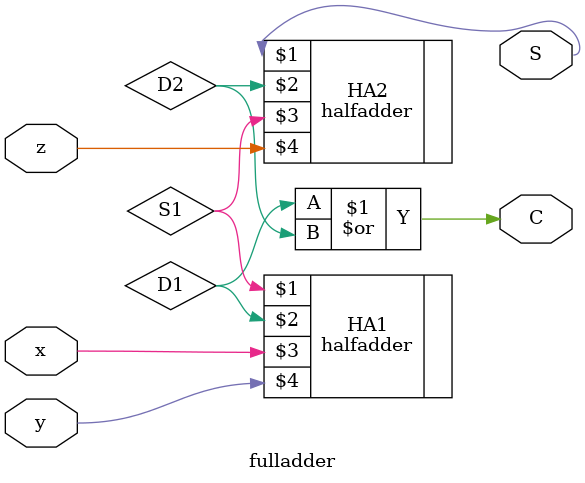
<source format=v>
module fulladder(S,C,x,y,z);
   input x,y,z;
   output S,C;
   wire S1,D1,D2;
   
   halfadder HA1(S1,D1,x,y),
            HA2(S,D2,S1,z);
   or(C,D1,D2);
   
endmodule
</source>
